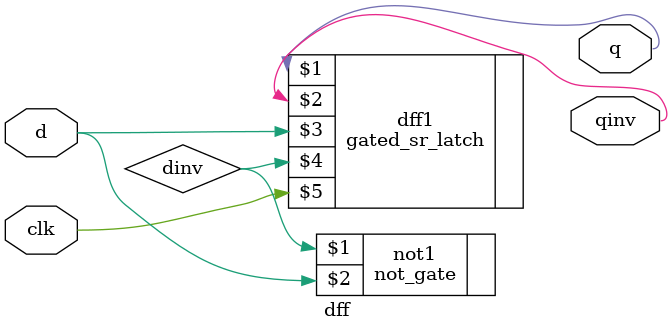
<source format=v>
module dff(q,qinv,d,clk);

output q,qinv;
input d,clk;
wire dinv;

not_gate not1(dinv,d);

gated_sr_latch dff1(q,qinv,d,dinv,clk);
endmodule

</source>
